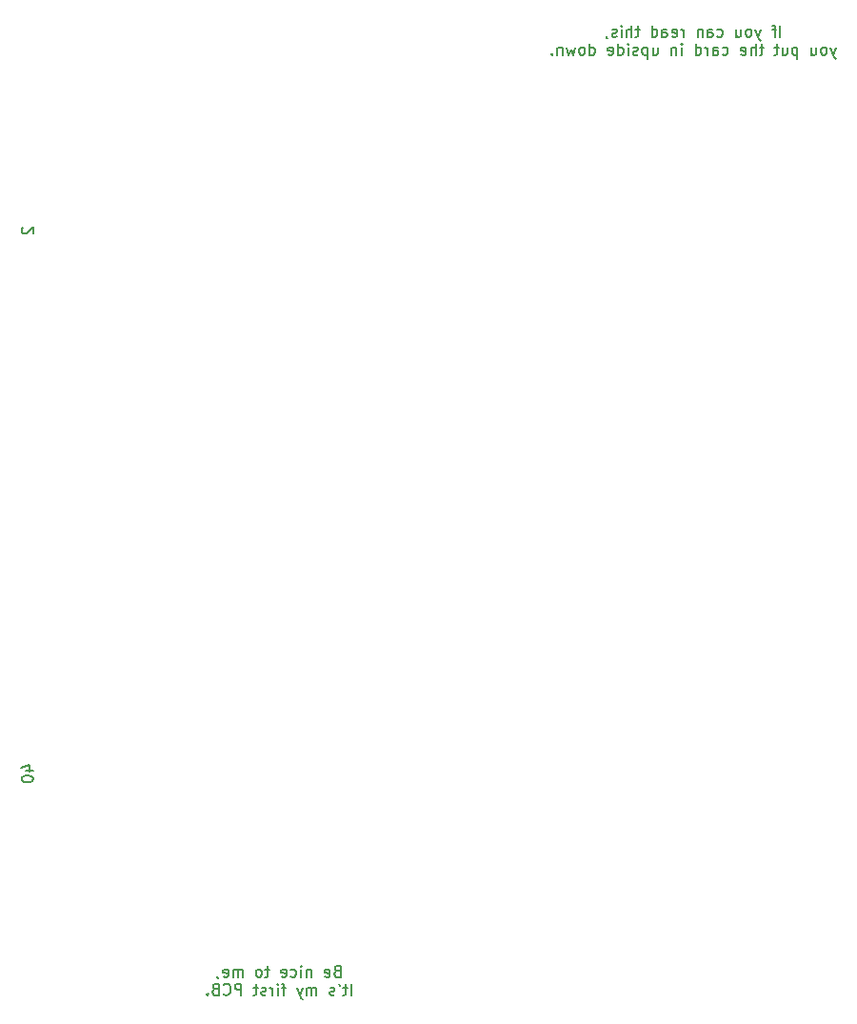
<source format=gbo>
%TF.GenerationSoftware,KiCad,Pcbnew,7.0.10-7.0.10~ubuntu22.04.1*%
%TF.CreationDate,2024-01-31T00:33:20-08:00*%
%TF.ProjectId,r11,7231312e-6b69-4636-9164-5f7063625858,rev?*%
%TF.SameCoordinates,Original*%
%TF.FileFunction,Legend,Bot*%
%TF.FilePolarity,Positive*%
%FSLAX46Y46*%
G04 Gerber Fmt 4.6, Leading zero omitted, Abs format (unit mm)*
G04 Created by KiCad (PCBNEW 7.0.10-7.0.10~ubuntu22.04.1) date 2024-01-31 00:33:20*
%MOMM*%
%LPD*%
G01*
G04 APERTURE LIST*
%ADD10C,0.150000*%
G04 APERTURE END LIST*
D10*
X89955047Y-108226009D02*
X89812190Y-108273628D01*
X89812190Y-108273628D02*
X89764571Y-108321247D01*
X89764571Y-108321247D02*
X89716952Y-108416485D01*
X89716952Y-108416485D02*
X89716952Y-108559342D01*
X89716952Y-108559342D02*
X89764571Y-108654580D01*
X89764571Y-108654580D02*
X89812190Y-108702200D01*
X89812190Y-108702200D02*
X89907428Y-108749819D01*
X89907428Y-108749819D02*
X90288380Y-108749819D01*
X90288380Y-108749819D02*
X90288380Y-107749819D01*
X90288380Y-107749819D02*
X89955047Y-107749819D01*
X89955047Y-107749819D02*
X89859809Y-107797438D01*
X89859809Y-107797438D02*
X89812190Y-107845057D01*
X89812190Y-107845057D02*
X89764571Y-107940295D01*
X89764571Y-107940295D02*
X89764571Y-108035533D01*
X89764571Y-108035533D02*
X89812190Y-108130771D01*
X89812190Y-108130771D02*
X89859809Y-108178390D01*
X89859809Y-108178390D02*
X89955047Y-108226009D01*
X89955047Y-108226009D02*
X90288380Y-108226009D01*
X88907428Y-108702200D02*
X89002666Y-108749819D01*
X89002666Y-108749819D02*
X89193142Y-108749819D01*
X89193142Y-108749819D02*
X89288380Y-108702200D01*
X89288380Y-108702200D02*
X89335999Y-108606961D01*
X89335999Y-108606961D02*
X89335999Y-108226009D01*
X89335999Y-108226009D02*
X89288380Y-108130771D01*
X89288380Y-108130771D02*
X89193142Y-108083152D01*
X89193142Y-108083152D02*
X89002666Y-108083152D01*
X89002666Y-108083152D02*
X88907428Y-108130771D01*
X88907428Y-108130771D02*
X88859809Y-108226009D01*
X88859809Y-108226009D02*
X88859809Y-108321247D01*
X88859809Y-108321247D02*
X89335999Y-108416485D01*
X87669332Y-108083152D02*
X87669332Y-108749819D01*
X87669332Y-108178390D02*
X87621713Y-108130771D01*
X87621713Y-108130771D02*
X87526475Y-108083152D01*
X87526475Y-108083152D02*
X87383618Y-108083152D01*
X87383618Y-108083152D02*
X87288380Y-108130771D01*
X87288380Y-108130771D02*
X87240761Y-108226009D01*
X87240761Y-108226009D02*
X87240761Y-108749819D01*
X86764570Y-108749819D02*
X86764570Y-108083152D01*
X86764570Y-107749819D02*
X86812189Y-107797438D01*
X86812189Y-107797438D02*
X86764570Y-107845057D01*
X86764570Y-107845057D02*
X86716951Y-107797438D01*
X86716951Y-107797438D02*
X86764570Y-107749819D01*
X86764570Y-107749819D02*
X86764570Y-107845057D01*
X85859809Y-108702200D02*
X85955047Y-108749819D01*
X85955047Y-108749819D02*
X86145523Y-108749819D01*
X86145523Y-108749819D02*
X86240761Y-108702200D01*
X86240761Y-108702200D02*
X86288380Y-108654580D01*
X86288380Y-108654580D02*
X86335999Y-108559342D01*
X86335999Y-108559342D02*
X86335999Y-108273628D01*
X86335999Y-108273628D02*
X86288380Y-108178390D01*
X86288380Y-108178390D02*
X86240761Y-108130771D01*
X86240761Y-108130771D02*
X86145523Y-108083152D01*
X86145523Y-108083152D02*
X85955047Y-108083152D01*
X85955047Y-108083152D02*
X85859809Y-108130771D01*
X85050285Y-108702200D02*
X85145523Y-108749819D01*
X85145523Y-108749819D02*
X85335999Y-108749819D01*
X85335999Y-108749819D02*
X85431237Y-108702200D01*
X85431237Y-108702200D02*
X85478856Y-108606961D01*
X85478856Y-108606961D02*
X85478856Y-108226009D01*
X85478856Y-108226009D02*
X85431237Y-108130771D01*
X85431237Y-108130771D02*
X85335999Y-108083152D01*
X85335999Y-108083152D02*
X85145523Y-108083152D01*
X85145523Y-108083152D02*
X85050285Y-108130771D01*
X85050285Y-108130771D02*
X85002666Y-108226009D01*
X85002666Y-108226009D02*
X85002666Y-108321247D01*
X85002666Y-108321247D02*
X85478856Y-108416485D01*
X83955046Y-108083152D02*
X83574094Y-108083152D01*
X83812189Y-107749819D02*
X83812189Y-108606961D01*
X83812189Y-108606961D02*
X83764570Y-108702200D01*
X83764570Y-108702200D02*
X83669332Y-108749819D01*
X83669332Y-108749819D02*
X83574094Y-108749819D01*
X83097903Y-108749819D02*
X83193141Y-108702200D01*
X83193141Y-108702200D02*
X83240760Y-108654580D01*
X83240760Y-108654580D02*
X83288379Y-108559342D01*
X83288379Y-108559342D02*
X83288379Y-108273628D01*
X83288379Y-108273628D02*
X83240760Y-108178390D01*
X83240760Y-108178390D02*
X83193141Y-108130771D01*
X83193141Y-108130771D02*
X83097903Y-108083152D01*
X83097903Y-108083152D02*
X82955046Y-108083152D01*
X82955046Y-108083152D02*
X82859808Y-108130771D01*
X82859808Y-108130771D02*
X82812189Y-108178390D01*
X82812189Y-108178390D02*
X82764570Y-108273628D01*
X82764570Y-108273628D02*
X82764570Y-108559342D01*
X82764570Y-108559342D02*
X82812189Y-108654580D01*
X82812189Y-108654580D02*
X82859808Y-108702200D01*
X82859808Y-108702200D02*
X82955046Y-108749819D01*
X82955046Y-108749819D02*
X83097903Y-108749819D01*
X81574093Y-108749819D02*
X81574093Y-108083152D01*
X81574093Y-108178390D02*
X81526474Y-108130771D01*
X81526474Y-108130771D02*
X81431236Y-108083152D01*
X81431236Y-108083152D02*
X81288379Y-108083152D01*
X81288379Y-108083152D02*
X81193141Y-108130771D01*
X81193141Y-108130771D02*
X81145522Y-108226009D01*
X81145522Y-108226009D02*
X81145522Y-108749819D01*
X81145522Y-108226009D02*
X81097903Y-108130771D01*
X81097903Y-108130771D02*
X81002665Y-108083152D01*
X81002665Y-108083152D02*
X80859808Y-108083152D01*
X80859808Y-108083152D02*
X80764569Y-108130771D01*
X80764569Y-108130771D02*
X80716950Y-108226009D01*
X80716950Y-108226009D02*
X80716950Y-108749819D01*
X79859808Y-108702200D02*
X79955046Y-108749819D01*
X79955046Y-108749819D02*
X80145522Y-108749819D01*
X80145522Y-108749819D02*
X80240760Y-108702200D01*
X80240760Y-108702200D02*
X80288379Y-108606961D01*
X80288379Y-108606961D02*
X80288379Y-108226009D01*
X80288379Y-108226009D02*
X80240760Y-108130771D01*
X80240760Y-108130771D02*
X80145522Y-108083152D01*
X80145522Y-108083152D02*
X79955046Y-108083152D01*
X79955046Y-108083152D02*
X79859808Y-108130771D01*
X79859808Y-108130771D02*
X79812189Y-108226009D01*
X79812189Y-108226009D02*
X79812189Y-108321247D01*
X79812189Y-108321247D02*
X80288379Y-108416485D01*
X79335998Y-108702200D02*
X79335998Y-108749819D01*
X79335998Y-108749819D02*
X79383617Y-108845057D01*
X79383617Y-108845057D02*
X79431236Y-108892676D01*
X91216952Y-110359819D02*
X91216952Y-109359819D01*
X90883619Y-109693152D02*
X90502667Y-109693152D01*
X90740762Y-109359819D02*
X90740762Y-110216961D01*
X90740762Y-110216961D02*
X90693143Y-110312200D01*
X90693143Y-110312200D02*
X90597905Y-110359819D01*
X90597905Y-110359819D02*
X90502667Y-110359819D01*
X90121714Y-109359819D02*
X90216952Y-109550295D01*
X89740762Y-110312200D02*
X89645524Y-110359819D01*
X89645524Y-110359819D02*
X89455048Y-110359819D01*
X89455048Y-110359819D02*
X89359810Y-110312200D01*
X89359810Y-110312200D02*
X89312191Y-110216961D01*
X89312191Y-110216961D02*
X89312191Y-110169342D01*
X89312191Y-110169342D02*
X89359810Y-110074104D01*
X89359810Y-110074104D02*
X89455048Y-110026485D01*
X89455048Y-110026485D02*
X89597905Y-110026485D01*
X89597905Y-110026485D02*
X89693143Y-109978866D01*
X89693143Y-109978866D02*
X89740762Y-109883628D01*
X89740762Y-109883628D02*
X89740762Y-109836009D01*
X89740762Y-109836009D02*
X89693143Y-109740771D01*
X89693143Y-109740771D02*
X89597905Y-109693152D01*
X89597905Y-109693152D02*
X89455048Y-109693152D01*
X89455048Y-109693152D02*
X89359810Y-109740771D01*
X88121714Y-110359819D02*
X88121714Y-109693152D01*
X88121714Y-109788390D02*
X88074095Y-109740771D01*
X88074095Y-109740771D02*
X87978857Y-109693152D01*
X87978857Y-109693152D02*
X87836000Y-109693152D01*
X87836000Y-109693152D02*
X87740762Y-109740771D01*
X87740762Y-109740771D02*
X87693143Y-109836009D01*
X87693143Y-109836009D02*
X87693143Y-110359819D01*
X87693143Y-109836009D02*
X87645524Y-109740771D01*
X87645524Y-109740771D02*
X87550286Y-109693152D01*
X87550286Y-109693152D02*
X87407429Y-109693152D01*
X87407429Y-109693152D02*
X87312190Y-109740771D01*
X87312190Y-109740771D02*
X87264571Y-109836009D01*
X87264571Y-109836009D02*
X87264571Y-110359819D01*
X86883619Y-109693152D02*
X86645524Y-110359819D01*
X86407429Y-109693152D02*
X86645524Y-110359819D01*
X86645524Y-110359819D02*
X86740762Y-110597914D01*
X86740762Y-110597914D02*
X86788381Y-110645533D01*
X86788381Y-110645533D02*
X86883619Y-110693152D01*
X85407428Y-109693152D02*
X85026476Y-109693152D01*
X85264571Y-110359819D02*
X85264571Y-109502676D01*
X85264571Y-109502676D02*
X85216952Y-109407438D01*
X85216952Y-109407438D02*
X85121714Y-109359819D01*
X85121714Y-109359819D02*
X85026476Y-109359819D01*
X84693142Y-110359819D02*
X84693142Y-109693152D01*
X84693142Y-109359819D02*
X84740761Y-109407438D01*
X84740761Y-109407438D02*
X84693142Y-109455057D01*
X84693142Y-109455057D02*
X84645523Y-109407438D01*
X84645523Y-109407438D02*
X84693142Y-109359819D01*
X84693142Y-109359819D02*
X84693142Y-109455057D01*
X84216952Y-110359819D02*
X84216952Y-109693152D01*
X84216952Y-109883628D02*
X84169333Y-109788390D01*
X84169333Y-109788390D02*
X84121714Y-109740771D01*
X84121714Y-109740771D02*
X84026476Y-109693152D01*
X84026476Y-109693152D02*
X83931238Y-109693152D01*
X83645523Y-110312200D02*
X83550285Y-110359819D01*
X83550285Y-110359819D02*
X83359809Y-110359819D01*
X83359809Y-110359819D02*
X83264571Y-110312200D01*
X83264571Y-110312200D02*
X83216952Y-110216961D01*
X83216952Y-110216961D02*
X83216952Y-110169342D01*
X83216952Y-110169342D02*
X83264571Y-110074104D01*
X83264571Y-110074104D02*
X83359809Y-110026485D01*
X83359809Y-110026485D02*
X83502666Y-110026485D01*
X83502666Y-110026485D02*
X83597904Y-109978866D01*
X83597904Y-109978866D02*
X83645523Y-109883628D01*
X83645523Y-109883628D02*
X83645523Y-109836009D01*
X83645523Y-109836009D02*
X83597904Y-109740771D01*
X83597904Y-109740771D02*
X83502666Y-109693152D01*
X83502666Y-109693152D02*
X83359809Y-109693152D01*
X83359809Y-109693152D02*
X83264571Y-109740771D01*
X82931237Y-109693152D02*
X82550285Y-109693152D01*
X82788380Y-109359819D02*
X82788380Y-110216961D01*
X82788380Y-110216961D02*
X82740761Y-110312200D01*
X82740761Y-110312200D02*
X82645523Y-110359819D01*
X82645523Y-110359819D02*
X82550285Y-110359819D01*
X81455046Y-110359819D02*
X81455046Y-109359819D01*
X81455046Y-109359819D02*
X81074094Y-109359819D01*
X81074094Y-109359819D02*
X80978856Y-109407438D01*
X80978856Y-109407438D02*
X80931237Y-109455057D01*
X80931237Y-109455057D02*
X80883618Y-109550295D01*
X80883618Y-109550295D02*
X80883618Y-109693152D01*
X80883618Y-109693152D02*
X80931237Y-109788390D01*
X80931237Y-109788390D02*
X80978856Y-109836009D01*
X80978856Y-109836009D02*
X81074094Y-109883628D01*
X81074094Y-109883628D02*
X81455046Y-109883628D01*
X79883618Y-110264580D02*
X79931237Y-110312200D01*
X79931237Y-110312200D02*
X80074094Y-110359819D01*
X80074094Y-110359819D02*
X80169332Y-110359819D01*
X80169332Y-110359819D02*
X80312189Y-110312200D01*
X80312189Y-110312200D02*
X80407427Y-110216961D01*
X80407427Y-110216961D02*
X80455046Y-110121723D01*
X80455046Y-110121723D02*
X80502665Y-109931247D01*
X80502665Y-109931247D02*
X80502665Y-109788390D01*
X80502665Y-109788390D02*
X80455046Y-109597914D01*
X80455046Y-109597914D02*
X80407427Y-109502676D01*
X80407427Y-109502676D02*
X80312189Y-109407438D01*
X80312189Y-109407438D02*
X80169332Y-109359819D01*
X80169332Y-109359819D02*
X80074094Y-109359819D01*
X80074094Y-109359819D02*
X79931237Y-109407438D01*
X79931237Y-109407438D02*
X79883618Y-109455057D01*
X79121713Y-109836009D02*
X78978856Y-109883628D01*
X78978856Y-109883628D02*
X78931237Y-109931247D01*
X78931237Y-109931247D02*
X78883618Y-110026485D01*
X78883618Y-110026485D02*
X78883618Y-110169342D01*
X78883618Y-110169342D02*
X78931237Y-110264580D01*
X78931237Y-110264580D02*
X78978856Y-110312200D01*
X78978856Y-110312200D02*
X79074094Y-110359819D01*
X79074094Y-110359819D02*
X79455046Y-110359819D01*
X79455046Y-110359819D02*
X79455046Y-109359819D01*
X79455046Y-109359819D02*
X79121713Y-109359819D01*
X79121713Y-109359819D02*
X79026475Y-109407438D01*
X79026475Y-109407438D02*
X78978856Y-109455057D01*
X78978856Y-109455057D02*
X78931237Y-109550295D01*
X78931237Y-109550295D02*
X78931237Y-109645533D01*
X78931237Y-109645533D02*
X78978856Y-109740771D01*
X78978856Y-109740771D02*
X79026475Y-109788390D01*
X79026475Y-109788390D02*
X79121713Y-109836009D01*
X79121713Y-109836009D02*
X79455046Y-109836009D01*
X78455046Y-110264580D02*
X78407427Y-110312200D01*
X78407427Y-110312200D02*
X78455046Y-110359819D01*
X78455046Y-110359819D02*
X78502665Y-110312200D01*
X78502665Y-110312200D02*
X78455046Y-110264580D01*
X78455046Y-110264580D02*
X78455046Y-110359819D01*
X129356476Y-25183819D02*
X129356476Y-24183819D01*
X129023143Y-24517152D02*
X128642191Y-24517152D01*
X128880286Y-25183819D02*
X128880286Y-24326676D01*
X128880286Y-24326676D02*
X128832667Y-24231438D01*
X128832667Y-24231438D02*
X128737429Y-24183819D01*
X128737429Y-24183819D02*
X128642191Y-24183819D01*
X127642190Y-24517152D02*
X127404095Y-25183819D01*
X127166000Y-24517152D02*
X127404095Y-25183819D01*
X127404095Y-25183819D02*
X127499333Y-25421914D01*
X127499333Y-25421914D02*
X127546952Y-25469533D01*
X127546952Y-25469533D02*
X127642190Y-25517152D01*
X126642190Y-25183819D02*
X126737428Y-25136200D01*
X126737428Y-25136200D02*
X126785047Y-25088580D01*
X126785047Y-25088580D02*
X126832666Y-24993342D01*
X126832666Y-24993342D02*
X126832666Y-24707628D01*
X126832666Y-24707628D02*
X126785047Y-24612390D01*
X126785047Y-24612390D02*
X126737428Y-24564771D01*
X126737428Y-24564771D02*
X126642190Y-24517152D01*
X126642190Y-24517152D02*
X126499333Y-24517152D01*
X126499333Y-24517152D02*
X126404095Y-24564771D01*
X126404095Y-24564771D02*
X126356476Y-24612390D01*
X126356476Y-24612390D02*
X126308857Y-24707628D01*
X126308857Y-24707628D02*
X126308857Y-24993342D01*
X126308857Y-24993342D02*
X126356476Y-25088580D01*
X126356476Y-25088580D02*
X126404095Y-25136200D01*
X126404095Y-25136200D02*
X126499333Y-25183819D01*
X126499333Y-25183819D02*
X126642190Y-25183819D01*
X125451714Y-24517152D02*
X125451714Y-25183819D01*
X125880285Y-24517152D02*
X125880285Y-25040961D01*
X125880285Y-25040961D02*
X125832666Y-25136200D01*
X125832666Y-25136200D02*
X125737428Y-25183819D01*
X125737428Y-25183819D02*
X125594571Y-25183819D01*
X125594571Y-25183819D02*
X125499333Y-25136200D01*
X125499333Y-25136200D02*
X125451714Y-25088580D01*
X123785047Y-25136200D02*
X123880285Y-25183819D01*
X123880285Y-25183819D02*
X124070761Y-25183819D01*
X124070761Y-25183819D02*
X124165999Y-25136200D01*
X124165999Y-25136200D02*
X124213618Y-25088580D01*
X124213618Y-25088580D02*
X124261237Y-24993342D01*
X124261237Y-24993342D02*
X124261237Y-24707628D01*
X124261237Y-24707628D02*
X124213618Y-24612390D01*
X124213618Y-24612390D02*
X124165999Y-24564771D01*
X124165999Y-24564771D02*
X124070761Y-24517152D01*
X124070761Y-24517152D02*
X123880285Y-24517152D01*
X123880285Y-24517152D02*
X123785047Y-24564771D01*
X122927904Y-25183819D02*
X122927904Y-24660009D01*
X122927904Y-24660009D02*
X122975523Y-24564771D01*
X122975523Y-24564771D02*
X123070761Y-24517152D01*
X123070761Y-24517152D02*
X123261237Y-24517152D01*
X123261237Y-24517152D02*
X123356475Y-24564771D01*
X122927904Y-25136200D02*
X123023142Y-25183819D01*
X123023142Y-25183819D02*
X123261237Y-25183819D01*
X123261237Y-25183819D02*
X123356475Y-25136200D01*
X123356475Y-25136200D02*
X123404094Y-25040961D01*
X123404094Y-25040961D02*
X123404094Y-24945723D01*
X123404094Y-24945723D02*
X123356475Y-24850485D01*
X123356475Y-24850485D02*
X123261237Y-24802866D01*
X123261237Y-24802866D02*
X123023142Y-24802866D01*
X123023142Y-24802866D02*
X122927904Y-24755247D01*
X122451713Y-24517152D02*
X122451713Y-25183819D01*
X122451713Y-24612390D02*
X122404094Y-24564771D01*
X122404094Y-24564771D02*
X122308856Y-24517152D01*
X122308856Y-24517152D02*
X122165999Y-24517152D01*
X122165999Y-24517152D02*
X122070761Y-24564771D01*
X122070761Y-24564771D02*
X122023142Y-24660009D01*
X122023142Y-24660009D02*
X122023142Y-25183819D01*
X120785046Y-25183819D02*
X120785046Y-24517152D01*
X120785046Y-24707628D02*
X120737427Y-24612390D01*
X120737427Y-24612390D02*
X120689808Y-24564771D01*
X120689808Y-24564771D02*
X120594570Y-24517152D01*
X120594570Y-24517152D02*
X120499332Y-24517152D01*
X119785046Y-25136200D02*
X119880284Y-25183819D01*
X119880284Y-25183819D02*
X120070760Y-25183819D01*
X120070760Y-25183819D02*
X120165998Y-25136200D01*
X120165998Y-25136200D02*
X120213617Y-25040961D01*
X120213617Y-25040961D02*
X120213617Y-24660009D01*
X120213617Y-24660009D02*
X120165998Y-24564771D01*
X120165998Y-24564771D02*
X120070760Y-24517152D01*
X120070760Y-24517152D02*
X119880284Y-24517152D01*
X119880284Y-24517152D02*
X119785046Y-24564771D01*
X119785046Y-24564771D02*
X119737427Y-24660009D01*
X119737427Y-24660009D02*
X119737427Y-24755247D01*
X119737427Y-24755247D02*
X120213617Y-24850485D01*
X118880284Y-25183819D02*
X118880284Y-24660009D01*
X118880284Y-24660009D02*
X118927903Y-24564771D01*
X118927903Y-24564771D02*
X119023141Y-24517152D01*
X119023141Y-24517152D02*
X119213617Y-24517152D01*
X119213617Y-24517152D02*
X119308855Y-24564771D01*
X118880284Y-25136200D02*
X118975522Y-25183819D01*
X118975522Y-25183819D02*
X119213617Y-25183819D01*
X119213617Y-25183819D02*
X119308855Y-25136200D01*
X119308855Y-25136200D02*
X119356474Y-25040961D01*
X119356474Y-25040961D02*
X119356474Y-24945723D01*
X119356474Y-24945723D02*
X119308855Y-24850485D01*
X119308855Y-24850485D02*
X119213617Y-24802866D01*
X119213617Y-24802866D02*
X118975522Y-24802866D01*
X118975522Y-24802866D02*
X118880284Y-24755247D01*
X117975522Y-25183819D02*
X117975522Y-24183819D01*
X117975522Y-25136200D02*
X118070760Y-25183819D01*
X118070760Y-25183819D02*
X118261236Y-25183819D01*
X118261236Y-25183819D02*
X118356474Y-25136200D01*
X118356474Y-25136200D02*
X118404093Y-25088580D01*
X118404093Y-25088580D02*
X118451712Y-24993342D01*
X118451712Y-24993342D02*
X118451712Y-24707628D01*
X118451712Y-24707628D02*
X118404093Y-24612390D01*
X118404093Y-24612390D02*
X118356474Y-24564771D01*
X118356474Y-24564771D02*
X118261236Y-24517152D01*
X118261236Y-24517152D02*
X118070760Y-24517152D01*
X118070760Y-24517152D02*
X117975522Y-24564771D01*
X116880283Y-24517152D02*
X116499331Y-24517152D01*
X116737426Y-24183819D02*
X116737426Y-25040961D01*
X116737426Y-25040961D02*
X116689807Y-25136200D01*
X116689807Y-25136200D02*
X116594569Y-25183819D01*
X116594569Y-25183819D02*
X116499331Y-25183819D01*
X116165997Y-25183819D02*
X116165997Y-24183819D01*
X115737426Y-25183819D02*
X115737426Y-24660009D01*
X115737426Y-24660009D02*
X115785045Y-24564771D01*
X115785045Y-24564771D02*
X115880283Y-24517152D01*
X115880283Y-24517152D02*
X116023140Y-24517152D01*
X116023140Y-24517152D02*
X116118378Y-24564771D01*
X116118378Y-24564771D02*
X116165997Y-24612390D01*
X115261235Y-25183819D02*
X115261235Y-24517152D01*
X115261235Y-24183819D02*
X115308854Y-24231438D01*
X115308854Y-24231438D02*
X115261235Y-24279057D01*
X115261235Y-24279057D02*
X115213616Y-24231438D01*
X115213616Y-24231438D02*
X115261235Y-24183819D01*
X115261235Y-24183819D02*
X115261235Y-24279057D01*
X114832664Y-25136200D02*
X114737426Y-25183819D01*
X114737426Y-25183819D02*
X114546950Y-25183819D01*
X114546950Y-25183819D02*
X114451712Y-25136200D01*
X114451712Y-25136200D02*
X114404093Y-25040961D01*
X114404093Y-25040961D02*
X114404093Y-24993342D01*
X114404093Y-24993342D02*
X114451712Y-24898104D01*
X114451712Y-24898104D02*
X114546950Y-24850485D01*
X114546950Y-24850485D02*
X114689807Y-24850485D01*
X114689807Y-24850485D02*
X114785045Y-24802866D01*
X114785045Y-24802866D02*
X114832664Y-24707628D01*
X114832664Y-24707628D02*
X114832664Y-24660009D01*
X114832664Y-24660009D02*
X114785045Y-24564771D01*
X114785045Y-24564771D02*
X114689807Y-24517152D01*
X114689807Y-24517152D02*
X114546950Y-24517152D01*
X114546950Y-24517152D02*
X114451712Y-24564771D01*
X113927902Y-25136200D02*
X113927902Y-25183819D01*
X113927902Y-25183819D02*
X113975521Y-25279057D01*
X113975521Y-25279057D02*
X114023140Y-25326676D01*
X134332667Y-26127152D02*
X134094572Y-26793819D01*
X133856477Y-26127152D02*
X134094572Y-26793819D01*
X134094572Y-26793819D02*
X134189810Y-27031914D01*
X134189810Y-27031914D02*
X134237429Y-27079533D01*
X134237429Y-27079533D02*
X134332667Y-27127152D01*
X133332667Y-26793819D02*
X133427905Y-26746200D01*
X133427905Y-26746200D02*
X133475524Y-26698580D01*
X133475524Y-26698580D02*
X133523143Y-26603342D01*
X133523143Y-26603342D02*
X133523143Y-26317628D01*
X133523143Y-26317628D02*
X133475524Y-26222390D01*
X133475524Y-26222390D02*
X133427905Y-26174771D01*
X133427905Y-26174771D02*
X133332667Y-26127152D01*
X133332667Y-26127152D02*
X133189810Y-26127152D01*
X133189810Y-26127152D02*
X133094572Y-26174771D01*
X133094572Y-26174771D02*
X133046953Y-26222390D01*
X133046953Y-26222390D02*
X132999334Y-26317628D01*
X132999334Y-26317628D02*
X132999334Y-26603342D01*
X132999334Y-26603342D02*
X133046953Y-26698580D01*
X133046953Y-26698580D02*
X133094572Y-26746200D01*
X133094572Y-26746200D02*
X133189810Y-26793819D01*
X133189810Y-26793819D02*
X133332667Y-26793819D01*
X132142191Y-26127152D02*
X132142191Y-26793819D01*
X132570762Y-26127152D02*
X132570762Y-26650961D01*
X132570762Y-26650961D02*
X132523143Y-26746200D01*
X132523143Y-26746200D02*
X132427905Y-26793819D01*
X132427905Y-26793819D02*
X132285048Y-26793819D01*
X132285048Y-26793819D02*
X132189810Y-26746200D01*
X132189810Y-26746200D02*
X132142191Y-26698580D01*
X130904095Y-26127152D02*
X130904095Y-27127152D01*
X130904095Y-26174771D02*
X130808857Y-26127152D01*
X130808857Y-26127152D02*
X130618381Y-26127152D01*
X130618381Y-26127152D02*
X130523143Y-26174771D01*
X130523143Y-26174771D02*
X130475524Y-26222390D01*
X130475524Y-26222390D02*
X130427905Y-26317628D01*
X130427905Y-26317628D02*
X130427905Y-26603342D01*
X130427905Y-26603342D02*
X130475524Y-26698580D01*
X130475524Y-26698580D02*
X130523143Y-26746200D01*
X130523143Y-26746200D02*
X130618381Y-26793819D01*
X130618381Y-26793819D02*
X130808857Y-26793819D01*
X130808857Y-26793819D02*
X130904095Y-26746200D01*
X129570762Y-26127152D02*
X129570762Y-26793819D01*
X129999333Y-26127152D02*
X129999333Y-26650961D01*
X129999333Y-26650961D02*
X129951714Y-26746200D01*
X129951714Y-26746200D02*
X129856476Y-26793819D01*
X129856476Y-26793819D02*
X129713619Y-26793819D01*
X129713619Y-26793819D02*
X129618381Y-26746200D01*
X129618381Y-26746200D02*
X129570762Y-26698580D01*
X129237428Y-26127152D02*
X128856476Y-26127152D01*
X129094571Y-25793819D02*
X129094571Y-26650961D01*
X129094571Y-26650961D02*
X129046952Y-26746200D01*
X129046952Y-26746200D02*
X128951714Y-26793819D01*
X128951714Y-26793819D02*
X128856476Y-26793819D01*
X127904094Y-26127152D02*
X127523142Y-26127152D01*
X127761237Y-25793819D02*
X127761237Y-26650961D01*
X127761237Y-26650961D02*
X127713618Y-26746200D01*
X127713618Y-26746200D02*
X127618380Y-26793819D01*
X127618380Y-26793819D02*
X127523142Y-26793819D01*
X127189808Y-26793819D02*
X127189808Y-25793819D01*
X126761237Y-26793819D02*
X126761237Y-26270009D01*
X126761237Y-26270009D02*
X126808856Y-26174771D01*
X126808856Y-26174771D02*
X126904094Y-26127152D01*
X126904094Y-26127152D02*
X127046951Y-26127152D01*
X127046951Y-26127152D02*
X127142189Y-26174771D01*
X127142189Y-26174771D02*
X127189808Y-26222390D01*
X125904094Y-26746200D02*
X125999332Y-26793819D01*
X125999332Y-26793819D02*
X126189808Y-26793819D01*
X126189808Y-26793819D02*
X126285046Y-26746200D01*
X126285046Y-26746200D02*
X126332665Y-26650961D01*
X126332665Y-26650961D02*
X126332665Y-26270009D01*
X126332665Y-26270009D02*
X126285046Y-26174771D01*
X126285046Y-26174771D02*
X126189808Y-26127152D01*
X126189808Y-26127152D02*
X125999332Y-26127152D01*
X125999332Y-26127152D02*
X125904094Y-26174771D01*
X125904094Y-26174771D02*
X125856475Y-26270009D01*
X125856475Y-26270009D02*
X125856475Y-26365247D01*
X125856475Y-26365247D02*
X126332665Y-26460485D01*
X124237427Y-26746200D02*
X124332665Y-26793819D01*
X124332665Y-26793819D02*
X124523141Y-26793819D01*
X124523141Y-26793819D02*
X124618379Y-26746200D01*
X124618379Y-26746200D02*
X124665998Y-26698580D01*
X124665998Y-26698580D02*
X124713617Y-26603342D01*
X124713617Y-26603342D02*
X124713617Y-26317628D01*
X124713617Y-26317628D02*
X124665998Y-26222390D01*
X124665998Y-26222390D02*
X124618379Y-26174771D01*
X124618379Y-26174771D02*
X124523141Y-26127152D01*
X124523141Y-26127152D02*
X124332665Y-26127152D01*
X124332665Y-26127152D02*
X124237427Y-26174771D01*
X123380284Y-26793819D02*
X123380284Y-26270009D01*
X123380284Y-26270009D02*
X123427903Y-26174771D01*
X123427903Y-26174771D02*
X123523141Y-26127152D01*
X123523141Y-26127152D02*
X123713617Y-26127152D01*
X123713617Y-26127152D02*
X123808855Y-26174771D01*
X123380284Y-26746200D02*
X123475522Y-26793819D01*
X123475522Y-26793819D02*
X123713617Y-26793819D01*
X123713617Y-26793819D02*
X123808855Y-26746200D01*
X123808855Y-26746200D02*
X123856474Y-26650961D01*
X123856474Y-26650961D02*
X123856474Y-26555723D01*
X123856474Y-26555723D02*
X123808855Y-26460485D01*
X123808855Y-26460485D02*
X123713617Y-26412866D01*
X123713617Y-26412866D02*
X123475522Y-26412866D01*
X123475522Y-26412866D02*
X123380284Y-26365247D01*
X122904093Y-26793819D02*
X122904093Y-26127152D01*
X122904093Y-26317628D02*
X122856474Y-26222390D01*
X122856474Y-26222390D02*
X122808855Y-26174771D01*
X122808855Y-26174771D02*
X122713617Y-26127152D01*
X122713617Y-26127152D02*
X122618379Y-26127152D01*
X121856474Y-26793819D02*
X121856474Y-25793819D01*
X121856474Y-26746200D02*
X121951712Y-26793819D01*
X121951712Y-26793819D02*
X122142188Y-26793819D01*
X122142188Y-26793819D02*
X122237426Y-26746200D01*
X122237426Y-26746200D02*
X122285045Y-26698580D01*
X122285045Y-26698580D02*
X122332664Y-26603342D01*
X122332664Y-26603342D02*
X122332664Y-26317628D01*
X122332664Y-26317628D02*
X122285045Y-26222390D01*
X122285045Y-26222390D02*
X122237426Y-26174771D01*
X122237426Y-26174771D02*
X122142188Y-26127152D01*
X122142188Y-26127152D02*
X121951712Y-26127152D01*
X121951712Y-26127152D02*
X121856474Y-26174771D01*
X120618378Y-26793819D02*
X120618378Y-26127152D01*
X120618378Y-25793819D02*
X120665997Y-25841438D01*
X120665997Y-25841438D02*
X120618378Y-25889057D01*
X120618378Y-25889057D02*
X120570759Y-25841438D01*
X120570759Y-25841438D02*
X120618378Y-25793819D01*
X120618378Y-25793819D02*
X120618378Y-25889057D01*
X120142188Y-26127152D02*
X120142188Y-26793819D01*
X120142188Y-26222390D02*
X120094569Y-26174771D01*
X120094569Y-26174771D02*
X119999331Y-26127152D01*
X119999331Y-26127152D02*
X119856474Y-26127152D01*
X119856474Y-26127152D02*
X119761236Y-26174771D01*
X119761236Y-26174771D02*
X119713617Y-26270009D01*
X119713617Y-26270009D02*
X119713617Y-26793819D01*
X118046950Y-26127152D02*
X118046950Y-26793819D01*
X118475521Y-26127152D02*
X118475521Y-26650961D01*
X118475521Y-26650961D02*
X118427902Y-26746200D01*
X118427902Y-26746200D02*
X118332664Y-26793819D01*
X118332664Y-26793819D02*
X118189807Y-26793819D01*
X118189807Y-26793819D02*
X118094569Y-26746200D01*
X118094569Y-26746200D02*
X118046950Y-26698580D01*
X117570759Y-26127152D02*
X117570759Y-27127152D01*
X117570759Y-26174771D02*
X117475521Y-26127152D01*
X117475521Y-26127152D02*
X117285045Y-26127152D01*
X117285045Y-26127152D02*
X117189807Y-26174771D01*
X117189807Y-26174771D02*
X117142188Y-26222390D01*
X117142188Y-26222390D02*
X117094569Y-26317628D01*
X117094569Y-26317628D02*
X117094569Y-26603342D01*
X117094569Y-26603342D02*
X117142188Y-26698580D01*
X117142188Y-26698580D02*
X117189807Y-26746200D01*
X117189807Y-26746200D02*
X117285045Y-26793819D01*
X117285045Y-26793819D02*
X117475521Y-26793819D01*
X117475521Y-26793819D02*
X117570759Y-26746200D01*
X116713616Y-26746200D02*
X116618378Y-26793819D01*
X116618378Y-26793819D02*
X116427902Y-26793819D01*
X116427902Y-26793819D02*
X116332664Y-26746200D01*
X116332664Y-26746200D02*
X116285045Y-26650961D01*
X116285045Y-26650961D02*
X116285045Y-26603342D01*
X116285045Y-26603342D02*
X116332664Y-26508104D01*
X116332664Y-26508104D02*
X116427902Y-26460485D01*
X116427902Y-26460485D02*
X116570759Y-26460485D01*
X116570759Y-26460485D02*
X116665997Y-26412866D01*
X116665997Y-26412866D02*
X116713616Y-26317628D01*
X116713616Y-26317628D02*
X116713616Y-26270009D01*
X116713616Y-26270009D02*
X116665997Y-26174771D01*
X116665997Y-26174771D02*
X116570759Y-26127152D01*
X116570759Y-26127152D02*
X116427902Y-26127152D01*
X116427902Y-26127152D02*
X116332664Y-26174771D01*
X115856473Y-26793819D02*
X115856473Y-26127152D01*
X115856473Y-25793819D02*
X115904092Y-25841438D01*
X115904092Y-25841438D02*
X115856473Y-25889057D01*
X115856473Y-25889057D02*
X115808854Y-25841438D01*
X115808854Y-25841438D02*
X115856473Y-25793819D01*
X115856473Y-25793819D02*
X115856473Y-25889057D01*
X114951712Y-26793819D02*
X114951712Y-25793819D01*
X114951712Y-26746200D02*
X115046950Y-26793819D01*
X115046950Y-26793819D02*
X115237426Y-26793819D01*
X115237426Y-26793819D02*
X115332664Y-26746200D01*
X115332664Y-26746200D02*
X115380283Y-26698580D01*
X115380283Y-26698580D02*
X115427902Y-26603342D01*
X115427902Y-26603342D02*
X115427902Y-26317628D01*
X115427902Y-26317628D02*
X115380283Y-26222390D01*
X115380283Y-26222390D02*
X115332664Y-26174771D01*
X115332664Y-26174771D02*
X115237426Y-26127152D01*
X115237426Y-26127152D02*
X115046950Y-26127152D01*
X115046950Y-26127152D02*
X114951712Y-26174771D01*
X114094569Y-26746200D02*
X114189807Y-26793819D01*
X114189807Y-26793819D02*
X114380283Y-26793819D01*
X114380283Y-26793819D02*
X114475521Y-26746200D01*
X114475521Y-26746200D02*
X114523140Y-26650961D01*
X114523140Y-26650961D02*
X114523140Y-26270009D01*
X114523140Y-26270009D02*
X114475521Y-26174771D01*
X114475521Y-26174771D02*
X114380283Y-26127152D01*
X114380283Y-26127152D02*
X114189807Y-26127152D01*
X114189807Y-26127152D02*
X114094569Y-26174771D01*
X114094569Y-26174771D02*
X114046950Y-26270009D01*
X114046950Y-26270009D02*
X114046950Y-26365247D01*
X114046950Y-26365247D02*
X114523140Y-26460485D01*
X112427902Y-26793819D02*
X112427902Y-25793819D01*
X112427902Y-26746200D02*
X112523140Y-26793819D01*
X112523140Y-26793819D02*
X112713616Y-26793819D01*
X112713616Y-26793819D02*
X112808854Y-26746200D01*
X112808854Y-26746200D02*
X112856473Y-26698580D01*
X112856473Y-26698580D02*
X112904092Y-26603342D01*
X112904092Y-26603342D02*
X112904092Y-26317628D01*
X112904092Y-26317628D02*
X112856473Y-26222390D01*
X112856473Y-26222390D02*
X112808854Y-26174771D01*
X112808854Y-26174771D02*
X112713616Y-26127152D01*
X112713616Y-26127152D02*
X112523140Y-26127152D01*
X112523140Y-26127152D02*
X112427902Y-26174771D01*
X111808854Y-26793819D02*
X111904092Y-26746200D01*
X111904092Y-26746200D02*
X111951711Y-26698580D01*
X111951711Y-26698580D02*
X111999330Y-26603342D01*
X111999330Y-26603342D02*
X111999330Y-26317628D01*
X111999330Y-26317628D02*
X111951711Y-26222390D01*
X111951711Y-26222390D02*
X111904092Y-26174771D01*
X111904092Y-26174771D02*
X111808854Y-26127152D01*
X111808854Y-26127152D02*
X111665997Y-26127152D01*
X111665997Y-26127152D02*
X111570759Y-26174771D01*
X111570759Y-26174771D02*
X111523140Y-26222390D01*
X111523140Y-26222390D02*
X111475521Y-26317628D01*
X111475521Y-26317628D02*
X111475521Y-26603342D01*
X111475521Y-26603342D02*
X111523140Y-26698580D01*
X111523140Y-26698580D02*
X111570759Y-26746200D01*
X111570759Y-26746200D02*
X111665997Y-26793819D01*
X111665997Y-26793819D02*
X111808854Y-26793819D01*
X111142187Y-26127152D02*
X110951711Y-26793819D01*
X110951711Y-26793819D02*
X110761235Y-26317628D01*
X110761235Y-26317628D02*
X110570759Y-26793819D01*
X110570759Y-26793819D02*
X110380283Y-26127152D01*
X109999330Y-26127152D02*
X109999330Y-26793819D01*
X109999330Y-26222390D02*
X109951711Y-26174771D01*
X109951711Y-26174771D02*
X109856473Y-26127152D01*
X109856473Y-26127152D02*
X109713616Y-26127152D01*
X109713616Y-26127152D02*
X109618378Y-26174771D01*
X109618378Y-26174771D02*
X109570759Y-26270009D01*
X109570759Y-26270009D02*
X109570759Y-26793819D01*
X109094568Y-26698580D02*
X109046949Y-26746200D01*
X109046949Y-26746200D02*
X109094568Y-26793819D01*
X109094568Y-26793819D02*
X109142187Y-26746200D01*
X109142187Y-26746200D02*
X109094568Y-26698580D01*
X109094568Y-26698580D02*
X109094568Y-26793819D01*
X62034057Y-42132286D02*
X61986438Y-42179905D01*
X61986438Y-42179905D02*
X61938819Y-42275143D01*
X61938819Y-42275143D02*
X61938819Y-42513238D01*
X61938819Y-42513238D02*
X61986438Y-42608476D01*
X61986438Y-42608476D02*
X62034057Y-42656095D01*
X62034057Y-42656095D02*
X62129295Y-42703714D01*
X62129295Y-42703714D02*
X62224533Y-42703714D01*
X62224533Y-42703714D02*
X62367390Y-42656095D01*
X62367390Y-42656095D02*
X62938819Y-42084667D01*
X62938819Y-42084667D02*
X62938819Y-42703714D01*
X62272152Y-90392285D02*
X62938819Y-90392285D01*
X61891200Y-90154190D02*
X62605485Y-89916095D01*
X62605485Y-89916095D02*
X62605485Y-90535142D01*
X61938819Y-91106571D02*
X61938819Y-91201809D01*
X61938819Y-91201809D02*
X61986438Y-91297047D01*
X61986438Y-91297047D02*
X62034057Y-91344666D01*
X62034057Y-91344666D02*
X62129295Y-91392285D01*
X62129295Y-91392285D02*
X62319771Y-91439904D01*
X62319771Y-91439904D02*
X62557866Y-91439904D01*
X62557866Y-91439904D02*
X62748342Y-91392285D01*
X62748342Y-91392285D02*
X62843580Y-91344666D01*
X62843580Y-91344666D02*
X62891200Y-91297047D01*
X62891200Y-91297047D02*
X62938819Y-91201809D01*
X62938819Y-91201809D02*
X62938819Y-91106571D01*
X62938819Y-91106571D02*
X62891200Y-91011333D01*
X62891200Y-91011333D02*
X62843580Y-90963714D01*
X62843580Y-90963714D02*
X62748342Y-90916095D01*
X62748342Y-90916095D02*
X62557866Y-90868476D01*
X62557866Y-90868476D02*
X62319771Y-90868476D01*
X62319771Y-90868476D02*
X62129295Y-90916095D01*
X62129295Y-90916095D02*
X62034057Y-90963714D01*
X62034057Y-90963714D02*
X61986438Y-91011333D01*
X61986438Y-91011333D02*
X61938819Y-91106571D01*
M02*

</source>
